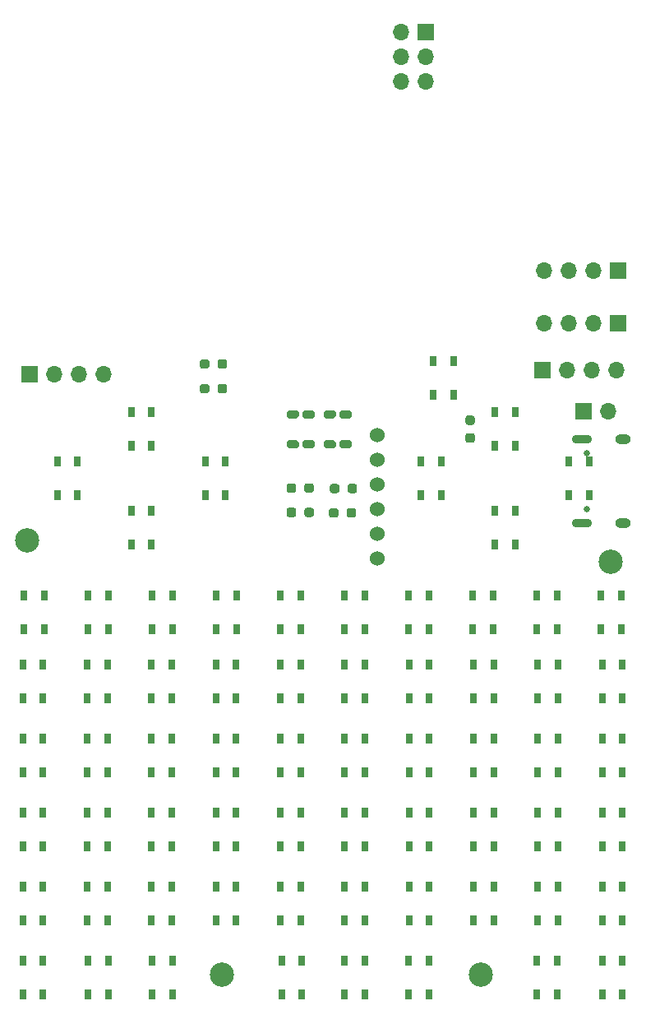
<source format=gbr>
%TF.GenerationSoftware,KiCad,Pcbnew,(5.1.12)-1*%
%TF.CreationDate,2022-02-12T22:16:26+01:00*%
%TF.ProjectId,MemoryBrakout,4d656d6f-7279-4427-9261-6b6f75742e6b,rev?*%
%TF.SameCoordinates,Original*%
%TF.FileFunction,Soldermask,Top*%
%TF.FilePolarity,Negative*%
%FSLAX46Y46*%
G04 Gerber Fmt 4.6, Leading zero omitted, Abs format (unit mm)*
G04 Created by KiCad (PCBNEW (5.1.12)-1) date 2022-02-12 22:16:26*
%MOMM*%
%LPD*%
G01*
G04 APERTURE LIST*
%ADD10C,2.500000*%
%ADD11O,1.700000X1.700000*%
%ADD12R,1.700000X1.700000*%
%ADD13O,1.600000X1.000000*%
%ADD14O,2.100000X0.900000*%
%ADD15C,0.650000*%
%ADD16R,0.650000X1.050000*%
%ADD17C,1.524000*%
G04 APERTURE END LIST*
D10*
%TO.C,H2*%
X211455000Y-114935000D03*
%TD*%
D11*
%TO.C,J104*%
X159258000Y-95631000D03*
X156718000Y-95631000D03*
X154178000Y-95631000D03*
D12*
X151638000Y-95631000D03*
%TD*%
%TO.C,J105*%
X204470000Y-95250000D03*
D11*
X207010000Y-95250000D03*
X209550000Y-95250000D03*
X212090000Y-95250000D03*
%TD*%
%TO.C,R102*%
G36*
G01*
X197214500Y-102722000D02*
X196739500Y-102722000D01*
G75*
G02*
X196502000Y-102484500I0J237500D01*
G01*
X196502000Y-101984500D01*
G75*
G02*
X196739500Y-101747000I237500J0D01*
G01*
X197214500Y-101747000D01*
G75*
G02*
X197452000Y-101984500I0J-237500D01*
G01*
X197452000Y-102484500D01*
G75*
G02*
X197214500Y-102722000I-237500J0D01*
G01*
G37*
G36*
G01*
X197214500Y-100897000D02*
X196739500Y-100897000D01*
G75*
G02*
X196502000Y-100659500I0J237500D01*
G01*
X196502000Y-100159500D01*
G75*
G02*
X196739500Y-99922000I237500J0D01*
G01*
X197214500Y-99922000D01*
G75*
G02*
X197452000Y-100159500I0J-237500D01*
G01*
X197452000Y-100659500D01*
G75*
G02*
X197214500Y-100897000I-237500J0D01*
G01*
G37*
%TD*%
%TO.C,R104*%
G36*
G01*
X170963000Y-97392500D02*
X170963000Y-96917500D01*
G75*
G02*
X171200500Y-96680000I237500J0D01*
G01*
X171700500Y-96680000D01*
G75*
G02*
X171938000Y-96917500I0J-237500D01*
G01*
X171938000Y-97392500D01*
G75*
G02*
X171700500Y-97630000I-237500J0D01*
G01*
X171200500Y-97630000D01*
G75*
G02*
X170963000Y-97392500I0J237500D01*
G01*
G37*
G36*
G01*
X169138000Y-97392500D02*
X169138000Y-96917500D01*
G75*
G02*
X169375500Y-96680000I237500J0D01*
G01*
X169875500Y-96680000D01*
G75*
G02*
X170113000Y-96917500I0J-237500D01*
G01*
X170113000Y-97392500D01*
G75*
G02*
X169875500Y-97630000I-237500J0D01*
G01*
X169375500Y-97630000D01*
G75*
G02*
X169138000Y-97392500I0J237500D01*
G01*
G37*
%TD*%
%TO.C,R110*%
G36*
G01*
X169138000Y-94852500D02*
X169138000Y-94377500D01*
G75*
G02*
X169375500Y-94140000I237500J0D01*
G01*
X169875500Y-94140000D01*
G75*
G02*
X170113000Y-94377500I0J-237500D01*
G01*
X170113000Y-94852500D01*
G75*
G02*
X169875500Y-95090000I-237500J0D01*
G01*
X169375500Y-95090000D01*
G75*
G02*
X169138000Y-94852500I0J237500D01*
G01*
G37*
G36*
G01*
X170963000Y-94852500D02*
X170963000Y-94377500D01*
G75*
G02*
X171200500Y-94140000I237500J0D01*
G01*
X171700500Y-94140000D01*
G75*
G02*
X171938000Y-94377500I0J-237500D01*
G01*
X171938000Y-94852500D01*
G75*
G02*
X171700500Y-95090000I-237500J0D01*
G01*
X171200500Y-95090000D01*
G75*
G02*
X170963000Y-94852500I0J237500D01*
G01*
G37*
%TD*%
%TO.C,D101*%
G36*
G01*
X178103000Y-100017500D02*
X178103000Y-99592500D01*
G75*
G02*
X178315500Y-99380000I212500J0D01*
G01*
X179115500Y-99380000D01*
G75*
G02*
X179328000Y-99592500I0J-212500D01*
G01*
X179328000Y-100017500D01*
G75*
G02*
X179115500Y-100230000I-212500J0D01*
G01*
X178315500Y-100230000D01*
G75*
G02*
X178103000Y-100017500I0J212500D01*
G01*
G37*
G36*
G01*
X179728000Y-100017500D02*
X179728000Y-99592500D01*
G75*
G02*
X179940500Y-99380000I212500J0D01*
G01*
X180740500Y-99380000D01*
G75*
G02*
X180953000Y-99592500I0J-212500D01*
G01*
X180953000Y-100017500D01*
G75*
G02*
X180740500Y-100230000I-212500J0D01*
G01*
X179940500Y-100230000D01*
G75*
G02*
X179728000Y-100017500I0J212500D01*
G01*
G37*
%TD*%
%TO.C,D102*%
G36*
G01*
X179728000Y-103082500D02*
X179728000Y-102657500D01*
G75*
G02*
X179940500Y-102445000I212500J0D01*
G01*
X180740500Y-102445000D01*
G75*
G02*
X180953000Y-102657500I0J-212500D01*
G01*
X180953000Y-103082500D01*
G75*
G02*
X180740500Y-103295000I-212500J0D01*
G01*
X179940500Y-103295000D01*
G75*
G02*
X179728000Y-103082500I0J212500D01*
G01*
G37*
G36*
G01*
X178103000Y-103082500D02*
X178103000Y-102657500D01*
G75*
G02*
X178315500Y-102445000I212500J0D01*
G01*
X179115500Y-102445000D01*
G75*
G02*
X179328000Y-102657500I0J-212500D01*
G01*
X179328000Y-103082500D01*
G75*
G02*
X179115500Y-103295000I-212500J0D01*
G01*
X178315500Y-103295000D01*
G75*
G02*
X178103000Y-103082500I0J212500D01*
G01*
G37*
%TD*%
%TO.C,D103*%
G36*
G01*
X181913000Y-100017500D02*
X181913000Y-99592500D01*
G75*
G02*
X182125500Y-99380000I212500J0D01*
G01*
X182925500Y-99380000D01*
G75*
G02*
X183138000Y-99592500I0J-212500D01*
G01*
X183138000Y-100017500D01*
G75*
G02*
X182925500Y-100230000I-212500J0D01*
G01*
X182125500Y-100230000D01*
G75*
G02*
X181913000Y-100017500I0J212500D01*
G01*
G37*
G36*
G01*
X183538000Y-100017500D02*
X183538000Y-99592500D01*
G75*
G02*
X183750500Y-99380000I212500J0D01*
G01*
X184550500Y-99380000D01*
G75*
G02*
X184763000Y-99592500I0J-212500D01*
G01*
X184763000Y-100017500D01*
G75*
G02*
X184550500Y-100230000I-212500J0D01*
G01*
X183750500Y-100230000D01*
G75*
G02*
X183538000Y-100017500I0J212500D01*
G01*
G37*
%TD*%
%TO.C,D104*%
G36*
G01*
X183538000Y-103082500D02*
X183538000Y-102657500D01*
G75*
G02*
X183750500Y-102445000I212500J0D01*
G01*
X184550500Y-102445000D01*
G75*
G02*
X184763000Y-102657500I0J-212500D01*
G01*
X184763000Y-103082500D01*
G75*
G02*
X184550500Y-103295000I-212500J0D01*
G01*
X183750500Y-103295000D01*
G75*
G02*
X183538000Y-103082500I0J212500D01*
G01*
G37*
G36*
G01*
X181913000Y-103082500D02*
X181913000Y-102657500D01*
G75*
G02*
X182125500Y-102445000I212500J0D01*
G01*
X182925500Y-102445000D01*
G75*
G02*
X183138000Y-102657500I0J-212500D01*
G01*
X183138000Y-103082500D01*
G75*
G02*
X182925500Y-103295000I-212500J0D01*
G01*
X182125500Y-103295000D01*
G75*
G02*
X181913000Y-103082500I0J212500D01*
G01*
G37*
%TD*%
%TO.C,R14*%
G36*
G01*
X178080000Y-107622500D02*
X178080000Y-107147500D01*
G75*
G02*
X178317500Y-106910000I237500J0D01*
G01*
X178817500Y-106910000D01*
G75*
G02*
X179055000Y-107147500I0J-237500D01*
G01*
X179055000Y-107622500D01*
G75*
G02*
X178817500Y-107860000I-237500J0D01*
G01*
X178317500Y-107860000D01*
G75*
G02*
X178080000Y-107622500I0J237500D01*
G01*
G37*
G36*
G01*
X179905000Y-107622500D02*
X179905000Y-107147500D01*
G75*
G02*
X180142500Y-106910000I237500J0D01*
G01*
X180642500Y-106910000D01*
G75*
G02*
X180880000Y-107147500I0J-237500D01*
G01*
X180880000Y-107622500D01*
G75*
G02*
X180642500Y-107860000I-237500J0D01*
G01*
X180142500Y-107860000D01*
G75*
G02*
X179905000Y-107622500I0J237500D01*
G01*
G37*
%TD*%
%TO.C,R15*%
G36*
G01*
X184355000Y-107672500D02*
X184355000Y-107197500D01*
G75*
G02*
X184592500Y-106960000I237500J0D01*
G01*
X185092500Y-106960000D01*
G75*
G02*
X185330000Y-107197500I0J-237500D01*
G01*
X185330000Y-107672500D01*
G75*
G02*
X185092500Y-107910000I-237500J0D01*
G01*
X184592500Y-107910000D01*
G75*
G02*
X184355000Y-107672500I0J237500D01*
G01*
G37*
G36*
G01*
X182530000Y-107672500D02*
X182530000Y-107197500D01*
G75*
G02*
X182767500Y-106960000I237500J0D01*
G01*
X183267500Y-106960000D01*
G75*
G02*
X183505000Y-107197500I0J-237500D01*
G01*
X183505000Y-107672500D01*
G75*
G02*
X183267500Y-107910000I-237500J0D01*
G01*
X182767500Y-107910000D01*
G75*
G02*
X182530000Y-107672500I0J237500D01*
G01*
G37*
%TD*%
%TO.C,R116*%
G36*
G01*
X178080000Y-110132500D02*
X178080000Y-109657500D01*
G75*
G02*
X178317500Y-109420000I237500J0D01*
G01*
X178817500Y-109420000D01*
G75*
G02*
X179055000Y-109657500I0J-237500D01*
G01*
X179055000Y-110132500D01*
G75*
G02*
X178817500Y-110370000I-237500J0D01*
G01*
X178317500Y-110370000D01*
G75*
G02*
X178080000Y-110132500I0J237500D01*
G01*
G37*
G36*
G01*
X179905000Y-110132500D02*
X179905000Y-109657500D01*
G75*
G02*
X180142500Y-109420000I237500J0D01*
G01*
X180642500Y-109420000D01*
G75*
G02*
X180880000Y-109657500I0J-237500D01*
G01*
X180880000Y-110132500D01*
G75*
G02*
X180642500Y-110370000I-237500J0D01*
G01*
X180142500Y-110370000D01*
G75*
G02*
X179905000Y-110132500I0J237500D01*
G01*
G37*
%TD*%
%TO.C,R117*%
G36*
G01*
X184255000Y-110182500D02*
X184255000Y-109707500D01*
G75*
G02*
X184492500Y-109470000I237500J0D01*
G01*
X184992500Y-109470000D01*
G75*
G02*
X185230000Y-109707500I0J-237500D01*
G01*
X185230000Y-110182500D01*
G75*
G02*
X184992500Y-110420000I-237500J0D01*
G01*
X184492500Y-110420000D01*
G75*
G02*
X184255000Y-110182500I0J237500D01*
G01*
G37*
G36*
G01*
X182430000Y-110182500D02*
X182430000Y-109707500D01*
G75*
G02*
X182667500Y-109470000I237500J0D01*
G01*
X183167500Y-109470000D01*
G75*
G02*
X183405000Y-109707500I0J-237500D01*
G01*
X183405000Y-110182500D01*
G75*
G02*
X183167500Y-110420000I-237500J0D01*
G01*
X182667500Y-110420000D01*
G75*
G02*
X182430000Y-110182500I0J237500D01*
G01*
G37*
%TD*%
D10*
%TO.C,H1*%
X151384000Y-112776000D03*
%TD*%
D12*
%TO.C,J3*%
X192430000Y-60452000D03*
D11*
X189890000Y-60452000D03*
X192430000Y-62992000D03*
X189890000Y-62992000D03*
X192430000Y-65532000D03*
X189890000Y-65532000D03*
%TD*%
D13*
%TO.C,J4*%
X212690000Y-102360000D03*
X212690000Y-111000000D03*
D14*
X208510000Y-102360000D03*
X208510000Y-111000000D03*
D15*
X209010000Y-103790000D03*
X209010000Y-109570000D03*
%TD*%
D16*
%TO.C,Ky1*%
X150889000Y-129040000D03*
X150889000Y-125575000D03*
X152989000Y-129040000D03*
X152989000Y-125575000D03*
%TD*%
%TO.C,Ky2*%
X159621000Y-125575000D03*
X159621000Y-129040000D03*
X157521000Y-125575000D03*
X157521000Y-129040000D03*
%TD*%
%TO.C,Ky3*%
X164153000Y-129040000D03*
X164153000Y-125575000D03*
X166253000Y-129040000D03*
X166253000Y-125575000D03*
%TD*%
%TO.C,Ky4*%
X172886000Y-125575000D03*
X172886000Y-129040000D03*
X170786000Y-125575000D03*
X170786000Y-129040000D03*
%TD*%
%TO.C,Ky5*%
X177418000Y-129040000D03*
X177418000Y-125575000D03*
X179518000Y-129040000D03*
X179518000Y-125575000D03*
%TD*%
%TO.C,Ky6*%
X186150000Y-125575000D03*
X186150000Y-129040000D03*
X184050000Y-125575000D03*
X184050000Y-129040000D03*
%TD*%
%TO.C,Ky7*%
X190682000Y-129040000D03*
X190682000Y-125575000D03*
X192782000Y-129040000D03*
X192782000Y-125575000D03*
%TD*%
%TO.C,Ky8*%
X199415000Y-125575000D03*
X199415000Y-129040000D03*
X197315000Y-125575000D03*
X197315000Y-129040000D03*
%TD*%
%TO.C,Ky9*%
X203947000Y-129040000D03*
X203947000Y-125575000D03*
X206047000Y-129040000D03*
X206047000Y-125575000D03*
%TD*%
%TO.C,Ky10*%
X212679000Y-125575000D03*
X212679000Y-129040000D03*
X210579000Y-125575000D03*
X210579000Y-129040000D03*
%TD*%
%TO.C,Ky11*%
X199530000Y-103005000D03*
X199530000Y-99540000D03*
X201630000Y-103005000D03*
X201630000Y-99540000D03*
%TD*%
%TO.C,Ky12*%
X201630000Y-109700000D03*
X201630000Y-113165000D03*
X199530000Y-109700000D03*
X199530000Y-113165000D03*
%TD*%
%TO.C,Ky13*%
X150889000Y-136660000D03*
X150889000Y-133195000D03*
X152989000Y-136660000D03*
X152989000Y-133195000D03*
%TD*%
%TO.C,Ky14*%
X157521000Y-136660000D03*
X157521000Y-133195000D03*
X159621000Y-136660000D03*
X159621000Y-133195000D03*
%TD*%
%TO.C,Ky15*%
X166253000Y-133195000D03*
X166253000Y-136660000D03*
X164153000Y-133195000D03*
X164153000Y-136660000D03*
%TD*%
%TO.C,Ky16*%
X172886000Y-133195000D03*
X172886000Y-136660000D03*
X170786000Y-133195000D03*
X170786000Y-136660000D03*
%TD*%
%TO.C,Ky17*%
X177418000Y-136660000D03*
X177418000Y-133195000D03*
X179518000Y-136660000D03*
X179518000Y-133195000D03*
%TD*%
%TO.C,Ky18*%
X186150000Y-133195000D03*
X186150000Y-136660000D03*
X184050000Y-133195000D03*
X184050000Y-136660000D03*
%TD*%
%TO.C,Ky19*%
X190682000Y-136660000D03*
X190682000Y-133195000D03*
X192782000Y-136660000D03*
X192782000Y-133195000D03*
%TD*%
%TO.C,Ky20*%
X199415000Y-133195000D03*
X199415000Y-136660000D03*
X197315000Y-133195000D03*
X197315000Y-136660000D03*
%TD*%
%TO.C,Ky21*%
X203947000Y-136660000D03*
X203947000Y-133195000D03*
X206047000Y-136660000D03*
X206047000Y-133195000D03*
%TD*%
%TO.C,Ky22*%
X212679000Y-133195000D03*
X212679000Y-136660000D03*
X210579000Y-133195000D03*
X210579000Y-136660000D03*
%TD*%
%TO.C,Ky23*%
X191910000Y-108085000D03*
X191910000Y-104620000D03*
X194010000Y-108085000D03*
X194010000Y-104620000D03*
%TD*%
%TO.C,Ky24*%
X209250000Y-104620000D03*
X209250000Y-108085000D03*
X207150000Y-104620000D03*
X207150000Y-108085000D03*
%TD*%
%TO.C,Ky25*%
X150889000Y-144280000D03*
X150889000Y-140815000D03*
X152989000Y-144280000D03*
X152989000Y-140815000D03*
%TD*%
%TO.C,Ky26*%
X159621000Y-140815000D03*
X159621000Y-144280000D03*
X157521000Y-140815000D03*
X157521000Y-144280000D03*
%TD*%
%TO.C,Ky27*%
X166253000Y-140815000D03*
X166253000Y-144280000D03*
X164153000Y-140815000D03*
X164153000Y-144280000D03*
%TD*%
%TO.C,Ky28*%
X170786000Y-144280000D03*
X170786000Y-140815000D03*
X172886000Y-144280000D03*
X172886000Y-140815000D03*
%TD*%
%TO.C,Ky29*%
X177418000Y-144280000D03*
X177418000Y-140815000D03*
X179518000Y-144280000D03*
X179518000Y-140815000D03*
%TD*%
%TO.C,Ky30*%
X184050000Y-144280000D03*
X184050000Y-140815000D03*
X186150000Y-144280000D03*
X186150000Y-140815000D03*
%TD*%
%TO.C,Ky31*%
X192782000Y-140815000D03*
X192782000Y-144280000D03*
X190682000Y-140815000D03*
X190682000Y-144280000D03*
%TD*%
%TO.C,Ky32*%
X199415000Y-140815000D03*
X199415000Y-144280000D03*
X197315000Y-140815000D03*
X197315000Y-144280000D03*
%TD*%
%TO.C,Ky33*%
X206047000Y-140815000D03*
X206047000Y-144280000D03*
X203947000Y-140815000D03*
X203947000Y-144280000D03*
%TD*%
%TO.C,Ky34*%
X210579000Y-144280000D03*
X210579000Y-140815000D03*
X212679000Y-144280000D03*
X212679000Y-140815000D03*
%TD*%
%TO.C,Ky35*%
X184036000Y-121928000D03*
X184036000Y-118463000D03*
X186136000Y-121928000D03*
X186136000Y-118463000D03*
%TD*%
%TO.C,Ky36*%
X192740000Y-118463000D03*
X192740000Y-121928000D03*
X190640000Y-118463000D03*
X190640000Y-121928000D03*
%TD*%
%TO.C,Ky37*%
X152989000Y-148435000D03*
X152989000Y-151900000D03*
X150889000Y-148435000D03*
X150889000Y-151900000D03*
%TD*%
%TO.C,Ky38*%
X159621000Y-148435000D03*
X159621000Y-151900000D03*
X157521000Y-148435000D03*
X157521000Y-151900000D03*
%TD*%
%TO.C,Ky39*%
X164153000Y-151900000D03*
X164153000Y-148435000D03*
X166253000Y-151900000D03*
X166253000Y-148435000D03*
%TD*%
%TO.C,Ky40*%
X172886000Y-148435000D03*
X172886000Y-151900000D03*
X170786000Y-148435000D03*
X170786000Y-151900000D03*
%TD*%
%TO.C,Ky41*%
X177418000Y-151900000D03*
X177418000Y-148435000D03*
X179518000Y-151900000D03*
X179518000Y-148435000D03*
%TD*%
%TO.C,Ky42*%
X186150000Y-148435000D03*
X186150000Y-151900000D03*
X184050000Y-148435000D03*
X184050000Y-151900000D03*
%TD*%
%TO.C,Ky43*%
X190682000Y-151900000D03*
X190682000Y-148435000D03*
X192782000Y-151900000D03*
X192782000Y-148435000D03*
%TD*%
%TO.C,Ky44*%
X199415000Y-148435000D03*
X199415000Y-151900000D03*
X197315000Y-148435000D03*
X197315000Y-151900000D03*
%TD*%
%TO.C,Ky45*%
X203947000Y-151900000D03*
X203947000Y-148435000D03*
X206047000Y-151900000D03*
X206047000Y-148435000D03*
%TD*%
%TO.C,Ky46*%
X212679000Y-148435000D03*
X212679000Y-151900000D03*
X210579000Y-148435000D03*
X210579000Y-151900000D03*
%TD*%
%TO.C,Ky47*%
X197244000Y-121928000D03*
X197244000Y-118463000D03*
X199344000Y-121928000D03*
X199344000Y-118463000D03*
%TD*%
%TO.C,Ky48*%
X205948000Y-118463000D03*
X205948000Y-121928000D03*
X203848000Y-118463000D03*
X203848000Y-121928000D03*
%TD*%
%TO.C,Ky49*%
X150889000Y-159520000D03*
X150889000Y-156055000D03*
X152989000Y-159520000D03*
X152989000Y-156055000D03*
%TD*%
%TO.C,Ky50*%
X159720000Y-156055000D03*
X159720000Y-159520000D03*
X157620000Y-156055000D03*
X157620000Y-159520000D03*
%TD*%
%TO.C,Ky51*%
X164224000Y-159520000D03*
X164224000Y-156055000D03*
X166324000Y-159520000D03*
X166324000Y-156055000D03*
%TD*%
%TO.C,Ky52*%
X179659000Y-156055000D03*
X179659000Y-159520000D03*
X177559000Y-156055000D03*
X177559000Y-159520000D03*
%TD*%
%TO.C,Ky53*%
X184036000Y-159520000D03*
X184036000Y-156055000D03*
X186136000Y-159520000D03*
X186136000Y-156055000D03*
%TD*%
%TO.C,Ky54*%
X190640000Y-159520000D03*
X190640000Y-156055000D03*
X192740000Y-159520000D03*
X192740000Y-156055000D03*
%TD*%
%TO.C,Ky55*%
X203848000Y-159520000D03*
X203848000Y-156055000D03*
X205948000Y-159520000D03*
X205948000Y-156055000D03*
%TD*%
%TO.C,Ky56*%
X212679000Y-156055000D03*
X212679000Y-159520000D03*
X210579000Y-156055000D03*
X210579000Y-159520000D03*
%TD*%
%TO.C,Ky57*%
X210452000Y-121928000D03*
X210452000Y-118463000D03*
X212552000Y-121928000D03*
X212552000Y-118463000D03*
%TD*%
%TO.C,Ky58*%
X153116000Y-118463000D03*
X153116000Y-121928000D03*
X151016000Y-118463000D03*
X151016000Y-121928000D03*
%TD*%
%TO.C,Ky59*%
X157620000Y-121928000D03*
X157620000Y-118463000D03*
X159720000Y-121928000D03*
X159720000Y-118463000D03*
%TD*%
%TO.C,Ky60*%
X166324000Y-118463000D03*
X166324000Y-121928000D03*
X164224000Y-118463000D03*
X164224000Y-121928000D03*
%TD*%
%TO.C,Ky61*%
X170828000Y-121928000D03*
X170828000Y-118463000D03*
X172928000Y-121928000D03*
X172928000Y-118463000D03*
%TD*%
%TO.C,Ky62*%
X179532000Y-118463000D03*
X179532000Y-121928000D03*
X177432000Y-118463000D03*
X177432000Y-121928000D03*
%TD*%
D12*
%TO.C,J2*%
X212217000Y-90424000D03*
D11*
X209677000Y-90424000D03*
X207137000Y-90424000D03*
X204597000Y-90424000D03*
%TD*%
D16*
%TO.C,SW101*%
X193180000Y-97798000D03*
X193180000Y-94333000D03*
X195280000Y-97798000D03*
X195280000Y-94333000D03*
%TD*%
%TO.C,SW102*%
X156545000Y-104620000D03*
X156545000Y-108085000D03*
X154445000Y-104620000D03*
X154445000Y-108085000D03*
%TD*%
%TO.C,SW103*%
X162065000Y-113165000D03*
X162065000Y-109700000D03*
X164165000Y-113165000D03*
X164165000Y-109700000D03*
%TD*%
%TO.C,SW104*%
X171785000Y-104620000D03*
X171785000Y-108085000D03*
X169685000Y-104620000D03*
X169685000Y-108085000D03*
%TD*%
%TO.C,SW105*%
X164165000Y-99540000D03*
X164165000Y-103005000D03*
X162065000Y-99540000D03*
X162065000Y-103005000D03*
%TD*%
D12*
%TO.C,J6*%
X212217000Y-84963000D03*
D11*
X209677000Y-84963000D03*
X207137000Y-84963000D03*
X204597000Y-84963000D03*
%TD*%
D10*
%TO.C,H3*%
X171450000Y-157480000D03*
%TD*%
%TO.C,H4*%
X198120000Y-157480000D03*
%TD*%
D12*
%TO.C,J8*%
X208686000Y-99517200D03*
D11*
X211226000Y-99517200D03*
%TD*%
D17*
%TO.C,U3*%
X187388700Y-114629800D03*
X187388700Y-112089800D03*
X187388700Y-109549800D03*
X187388700Y-107009800D03*
X187388700Y-104469800D03*
X187388700Y-101929800D03*
%TD*%
M02*

</source>
